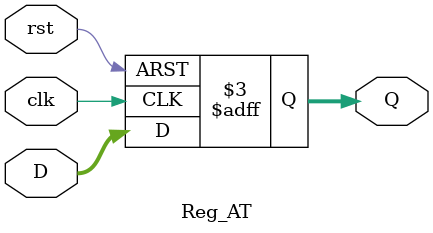
<source format=v>
module Reg_AT(
 input	wire 	[17:0] 	 D,
 input	wire			 clk,rst,
 output reg 	[17:0] 	 Q
 );

 always @(posedge clk or negedge rst)
  begin
   if (!rst)
   	Q<=0;
   else 
   	Q<=D;
  end		
endmodule


</source>
